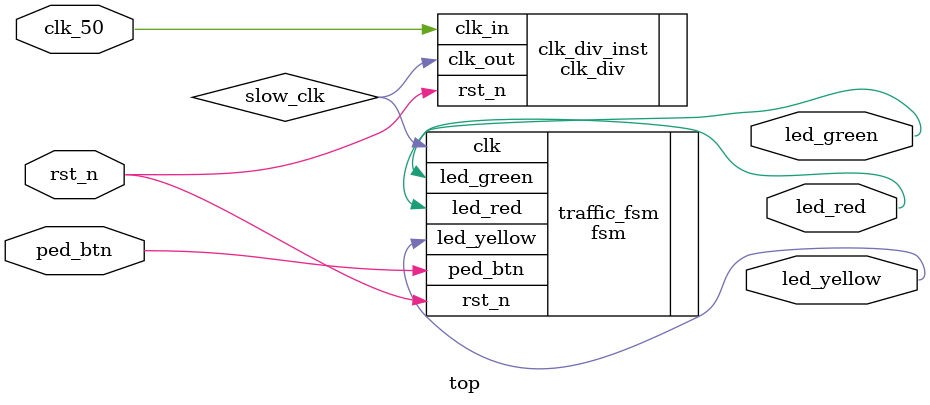
<source format=v>
module top (
    input  wire clk_50,       // 50 MHz clock input
    input  wire rst_n,        // active-low reset
    input  wire ped_btn,      // pedestrian button
    output wire led_red,
    output wire led_yellow,
    output wire led_green
);

    wire slow_clk;

    // Clock divider (to slow down 50 MHz)
    clk_div clk_div_inst (
        .clk_in(clk_50),
        .rst_n(rst_n),
        .clk_out(slow_clk)
    );

    // FSM for light control
    fsm traffic_fsm (
        .clk(slow_clk),
        .rst_n(rst_n),
        .ped_btn(ped_btn),
        .led_red(led_red),
        .led_yellow(led_yellow),
        .led_green(led_green)
    );

endmodule

</source>
